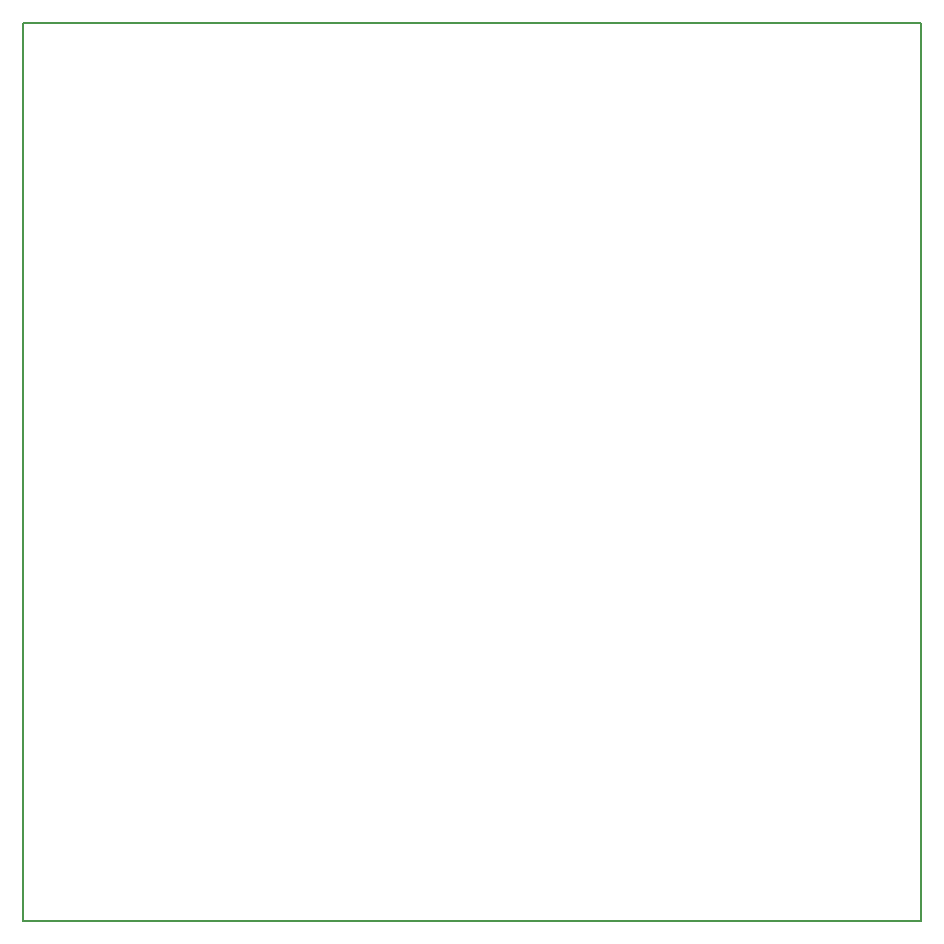
<source format=gko>
%TF.GenerationSoftware,KiCad,Pcbnew,4.0.7*%
%TF.CreationDate,2017-11-19T13:34:29+08:00*%
%TF.ProjectId,ic51,696335312E6B696361645F7063620000,rev?*%
%TF.FileFunction,Profile,NP*%
%FSLAX46Y46*%
G04 Gerber Fmt 4.6, Leading zero omitted, Abs format (unit mm)*
G04 Created by KiCad (PCBNEW 4.0.7) date 11/19/17 13:34:29*
%MOMM*%
%LPD*%
G01*
G04 APERTURE LIST*
%ADD10C,0.100000*%
%ADD11C,0.150000*%
G04 APERTURE END LIST*
D10*
D11*
X0Y-76000000D02*
X76000000Y-76000000D01*
X0Y-76000000D02*
X0Y0D01*
X76000000Y0D02*
X76000000Y-76000000D01*
X0Y0D02*
X76000000Y0D01*
M02*

</source>
